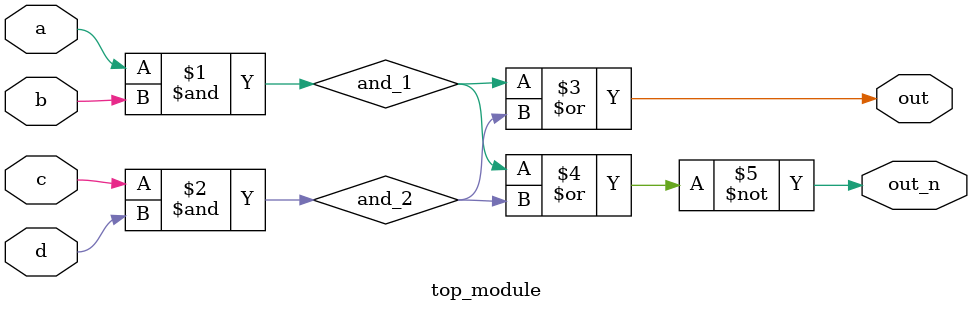
<source format=v>


`default_nettype none
module top_module(
    input a,
    input b,
    input c,
    input d,
    output out,
    output out_n   ); 
wire and_1,and_2;
    assign and_1=a&b;
    assign and_2=c&d;
    assign out=and_1 | and_2;
    assign out_n=~(and_1 | and_2);
endmodule



</source>
